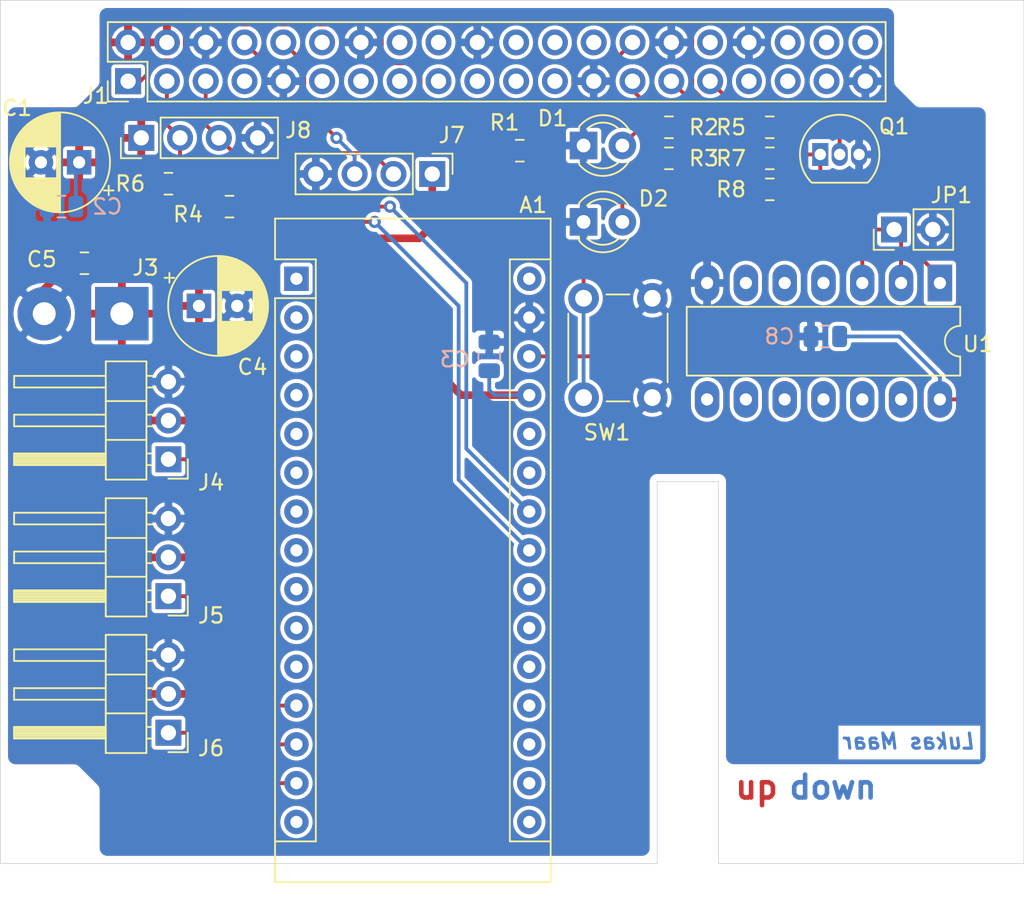
<source format=kicad_pcb>
(kicad_pcb (version 20171130) (host pcbnew 5.1.5)
  (layers (0 F.Cu signal) (31 B.Cu signal) (34 B.Paste user hide) (35 F.Paste user hide) (36 B.SilkS user) (37 F.SilkS user) (38 B.Mask user) (39 F.Mask user) (44 Edge.Cuts user))
  (net 0 "")
  (net 1 "Net-(A1-Pad1)")
  (net 2 "Net-(A1-Pad17)")
  (net 3 "Net-(A1-Pad2)")
  (net 4 "Net-(A1-Pad18)")
  (net 5 /!reset)
  (net 6 "Net-(A1-Pad19)")
  (net 7 "Net-(A1-Pad4)")
  (net 8 "Net-(A1-Pad20)")
  (net 9 "Net-(A1-Pad5)")
  (net 10 "Net-(A1-Pad21)")
  (net 11 "Net-(A1-Pad6)")
  (net 12 "Net-(A1-Pad22)")
  (net 13 "Net-(A1-Pad7)")
  (net 14 /sda)
  (net 15 "Net-(A1-Pad8)")
  (net 16 /scl)
  (net 17 "Net-(A1-Pad9)")
  (net 18 "Net-(A1-Pad25)")
  (net 19 "Net-(A1-Pad10)")
  (net 20 "Net-(A1-Pad26)")
  (net 21 "Net-(A1-Pad11)")
  (net 22 VCC)
  (net 23 /pwm1a)
  (net 24 /pwm1b)
  (net 25 GND)
  (net 26 /pwm2)
  (net 27 "Net-(A1-Pad30)")
  (net 28 "Net-(A1-Pad15)")
  (net 29 "Net-(A1-Pad16)")
  (net 30 +7.5V)
  (net 31 "Net-(D1-Pad2)")
  (net 32 "Net-(D2-Pad2)")
  (net 33 "Net-(J1-Pad7)")
  (net 34 /txd)
  (net 35 /rxd)
  (net 36 "Net-(J1-Pad11)")
  (net 37 "Net-(J1-Pad12)")
  (net 38 "Net-(J1-Pad13)")
  (net 39 "Net-(J1-Pad15)")
  (net 40 "Net-(J1-Pad16)")
  (net 41 "Net-(J1-Pad17)")
  (net 42 "Net-(J1-Pad18)")
  (net 43 "Net-(J1-Pad19)")
  (net 44 "Net-(J1-Pad21)")
  (net 45 "Net-(J1-Pad22)")
  (net 46 "Net-(J1-Pad23)")
  (net 47 "Net-(J1-Pad24)")
  (net 48 "Net-(J1-Pad26)")
  (net 49 /led_green)
  (net 50 /button)
  (net 51 /led_red)
  (net 52 "Net-(J1-Pad31)")
  (net 53 "Net-(J1-Pad32)")
  (net 54 "Net-(J1-Pad33)")
  (net 55 "Net-(J1-Pad35)")
  (net 56 "Net-(J1-Pad36)")
  (net 57 "Net-(J1-Pad37)")
  (net 58 "Net-(J1-Pad38)")
  (net 59 "Net-(J1-Pad40)")
  (net 60 "Net-(JP1-Pad1)")
  (net 61 "Net-(Q1-Pad2)")
  (net 62 "Net-(Q1-Pad1)")
  (net 63 +3V3)
  (net 64 "Net-(A1-Pad3)")
  (module Connector_PinHeader_2.54mm:PinHeader_2x20_P2.54mm_Vertical (layer F.Cu) (at 108.36 48.79 90)
    (fp_text reference J1 (at -0.96 -2.11 180) (layer F.SilkS))
    (fp_text value Raspberry_Pi_2_3)
    (pad 1 thru_hole rect (at 0 0 90) (size 1.7 1.7) (drill 1) (layers *.Cu *.Mask) (net 63 +3V3))
    (pad 2 thru_hole oval (at 2.54 0 90) (size 1.7 1.7) (drill 1) (layers *.Cu *.Mask) (net 22 VCC))
    (pad 3 thru_hole oval (at 0 2.54 90) (size 1.7 1.7) (drill 1) (layers *.Cu *.Mask) (net 14 /sda))
    (pad 4 thru_hole oval (at 2.54 2.54 90) (size 1.7 1.7) (drill 1) (layers *.Cu *.Mask) (net 22 VCC))
    (pad 5 thru_hole oval (at 0 5.08 90) (size 1.7 1.7) (drill 1) (layers *.Cu *.Mask) (net 16 /scl))
    (pad 6 thru_hole oval (at 2.54 5.08 90) (size 1.7 1.7) (drill 1) (layers *.Cu *.Mask) (net 25 GND))
    (pad 7 thru_hole oval (at 0 7.62 90) (size 1.7 1.7) (drill 1) (layers *.Cu *.Mask) (net 33 "Net-(J1-Pad7)"))
    (pad 8 thru_hole oval (at 2.54 7.62 90) (size 1.7 1.7) (drill 1) (layers *.Cu *.Mask) (net 34 /txd))
    (pad 9 thru_hole oval (at 0 10.16 90) (size 1.7 1.7) (drill 1) (layers *.Cu *.Mask) (net 25 GND))
    (pad 10 thru_hole oval (at 2.54 10.16 90) (size 1.7 1.7) (drill 1) (layers *.Cu *.Mask) (net 35 /rxd))
    (pad 11 thru_hole oval (at 0 12.7 90) (size 1.7 1.7) (drill 1) (layers *.Cu *.Mask) (net 36 "Net-(J1-Pad11)"))
    (pad 12 thru_hole oval (at 2.54 12.7 90) (size 1.7 1.7) (drill 1) (layers *.Cu *.Mask) (net 37 "Net-(J1-Pad12)"))
    (pad 13 thru_hole oval (at 0 15.24 90) (size 1.7 1.7) (drill 1) (layers *.Cu *.Mask) (net 38 "Net-(J1-Pad13)"))
    (pad 14 thru_hole oval (at 2.54 15.24 90) (size 1.7 1.7) (drill 1) (layers *.Cu *.Mask) (net 25 GND))
    (pad 15 thru_hole oval (at 0 17.78 90) (size 1.7 1.7) (drill 1) (layers *.Cu *.Mask) (net 39 "Net-(J1-Pad15)"))
    (pad 16 thru_hole oval (at 2.54 17.78 90) (size 1.7 1.7) (drill 1) (layers *.Cu *.Mask) (net 40 "Net-(J1-Pad16)"))
    (pad 17 thru_hole oval (at 0 20.32 90) (size 1.7 1.7) (drill 1) (layers *.Cu *.Mask) (net 41 "Net-(J1-Pad17)"))
    (pad 18 thru_hole oval (at 2.54 20.32 90) (size 1.7 1.7) (drill 1) (layers *.Cu *.Mask) (net 42 "Net-(J1-Pad18)"))
    (pad 19 thru_hole oval (at 0 22.86 90) (size 1.7 1.7) (drill 1) (layers *.Cu *.Mask) (net 43 "Net-(J1-Pad19)"))
    (pad 20 thru_hole oval (at 2.54 22.86 90) (size 1.7 1.7) (drill 1) (layers *.Cu *.Mask) (net 25 GND))
    (pad 21 thru_hole oval (at 0 25.4 90) (size 1.7 1.7) (drill 1) (layers *.Cu *.Mask) (net 44 "Net-(J1-Pad21)"))
    (pad 22 thru_hole oval (at 2.54 25.4 90) (size 1.7 1.7) (drill 1) (layers *.Cu *.Mask) (net 45 "Net-(J1-Pad22)"))
    (pad 23 thru_hole oval (at 0 27.94 90) (size 1.7 1.7) (drill 1) (layers *.Cu *.Mask) (net 46 "Net-(J1-Pad23)"))
    (pad 24 thru_hole oval (at 2.54 27.94 90) (size 1.7 1.7) (drill 1) (layers *.Cu *.Mask) (net 47 "Net-(J1-Pad24)"))
    (pad 25 thru_hole oval (at 0 30.48 90) (size 1.7 1.7) (drill 1) (layers *.Cu *.Mask) (net 25 GND))
    (pad 26 thru_hole oval (at 2.54 30.48 90) (size 1.7 1.7) (drill 1) (layers *.Cu *.Mask) (net 48 "Net-(J1-Pad26)"))
    (pad 27 thru_hole oval (at 0 33.02 90) (size 1.7 1.7) (drill 1) (layers *.Cu *.Mask) (net 49 /led_green))
    (pad 28 thru_hole oval (at 2.54 33.02 90) (size 1.7 1.7) (drill 1) (layers *.Cu *.Mask) (net 50 /button))
    (pad 29 thru_hole oval (at 0 35.56 90) (size 1.7 1.7) (drill 1) (layers *.Cu *.Mask) (net 51 /led_red))
    (pad 30 thru_hole oval (at 2.54 35.56 90) (size 1.7 1.7) (drill 1) (layers *.Cu *.Mask) (net 25 GND))
    (pad 31 thru_hole oval (at 0 38.1 90) (size 1.7 1.7) (drill 1) (layers *.Cu *.Mask) (net 52 "Net-(J1-Pad31)"))
    (pad 32 thru_hole oval (at 2.54 38.1 90) (size 1.7 1.7) (drill 1) (layers *.Cu *.Mask) (net 53 "Net-(J1-Pad32)"))
    (pad 33 thru_hole oval (at 0 40.64 90) (size 1.7 1.7) (drill 1) (layers *.Cu *.Mask) (net 54 "Net-(J1-Pad33)"))
    (pad 34 thru_hole oval (at 2.54 40.64 90) (size 1.7 1.7) (drill 1) (layers *.Cu *.Mask) (net 25 GND))
    (pad 35 thru_hole oval (at 0 43.18 90) (size 1.7 1.7) (drill 1) (layers *.Cu *.Mask) (net 55 "Net-(J1-Pad35)"))
    (pad 36 thru_hole oval (at 2.54 43.18 90) (size 1.7 1.7) (drill 1) (layers *.Cu *.Mask) (net 56 "Net-(J1-Pad36)"))
    (pad 37 thru_hole oval (at 0 45.72 90) (size 1.7 1.7) (drill 1) (layers *.Cu *.Mask) (net 57 "Net-(J1-Pad37)"))
    (pad 38 thru_hole oval (at 2.54 45.72 90) (size 1.7 1.7) (drill 1) (layers *.Cu *.Mask) (net 58 "Net-(J1-Pad38)"))
    (pad 39 thru_hole oval (at 0 48.26 90) (size 1.7 1.7) (drill 1) (layers *.Cu *.Mask) (net 25 GND))
    (pad 40 thru_hole oval (at 2.54 48.26 90) (size 1.7 1.7) (drill 1) (layers *.Cu *.Mask) (net 59 "Net-(J1-Pad40)"))
  )
  (module Module:Arduino_Nano (layer F.Cu) (at 119.38 61.722)
    (fp_text reference A1 (at 15.494 -4.826) (layer F.SilkS))
    (fp_text value Arduino_Nano_v3.x)
    (pad 1 thru_hole rect (at 0 0) (size 1.6 1.6) (drill 0.8) (layers *.Cu *.Mask) (net 1 "Net-(A1-Pad1)"))
    (pad 17 thru_hole oval (at 15.24 33.02) (size 1.6 1.6) (drill 0.8) (layers *.Cu *.Mask) (net 2 "Net-(A1-Pad17)"))
    (pad 2 thru_hole oval (at 0 2.54) (size 1.6 1.6) (drill 0.8) (layers *.Cu *.Mask) (net 3 "Net-(A1-Pad2)"))
    (pad 18 thru_hole oval (at 15.24 30.48) (size 1.6 1.6) (drill 0.8) (layers *.Cu *.Mask) (net 4 "Net-(A1-Pad18)"))
    (pad 3 thru_hole oval (at 0 5.08) (size 1.6 1.6) (drill 0.8) (layers *.Cu *.Mask) (net 64 "Net-(A1-Pad3)"))
    (pad 19 thru_hole oval (at 15.24 27.94) (size 1.6 1.6) (drill 0.8) (layers *.Cu *.Mask) (net 6 "Net-(A1-Pad19)"))
    (pad 4 thru_hole oval (at 0 7.62) (size 1.6 1.6) (drill 0.8) (layers *.Cu *.Mask) (net 7 "Net-(A1-Pad4)"))
    (pad 20 thru_hole oval (at 15.24 25.4) (size 1.6 1.6) (drill 0.8) (layers *.Cu *.Mask) (net 8 "Net-(A1-Pad20)"))
    (pad 5 thru_hole oval (at 0 10.16) (size 1.6 1.6) (drill 0.8) (layers *.Cu *.Mask) (net 9 "Net-(A1-Pad5)"))
    (pad 21 thru_hole oval (at 15.24 22.86) (size 1.6 1.6) (drill 0.8) (layers *.Cu *.Mask) (net 10 "Net-(A1-Pad21)"))
    (pad 6 thru_hole oval (at 0 12.7) (size 1.6 1.6) (drill 0.8) (layers *.Cu *.Mask) (net 11 "Net-(A1-Pad6)"))
    (pad 22 thru_hole oval (at 15.24 20.32) (size 1.6 1.6) (drill 0.8) (layers *.Cu *.Mask) (net 12 "Net-(A1-Pad22)"))
    (pad 7 thru_hole oval (at 0 15.24) (size 1.6 1.6) (drill 0.8) (layers *.Cu *.Mask) (net 13 "Net-(A1-Pad7)"))
    (pad 23 thru_hole oval (at 15.24 17.78) (size 1.6 1.6) (drill 0.8) (layers *.Cu *.Mask) (net 14 /sda))
    (pad 8 thru_hole oval (at 0 17.78) (size 1.6 1.6) (drill 0.8) (layers *.Cu *.Mask) (net 15 "Net-(A1-Pad8)"))
    (pad 24 thru_hole oval (at 15.24 15.24) (size 1.6 1.6) (drill 0.8) (layers *.Cu *.Mask) (net 16 /scl))
    (pad 9 thru_hole oval (at 0 20.32) (size 1.6 1.6) (drill 0.8) (layers *.Cu *.Mask) (net 17 "Net-(A1-Pad9)"))
    (pad 25 thru_hole oval (at 15.24 12.7) (size 1.6 1.6) (drill 0.8) (layers *.Cu *.Mask) (net 18 "Net-(A1-Pad25)"))
    (pad 10 thru_hole oval (at 0 22.86) (size 1.6 1.6) (drill 0.8) (layers *.Cu *.Mask) (net 19 "Net-(A1-Pad10)"))
    (pad 26 thru_hole oval (at 15.24 10.16) (size 1.6 1.6) (drill 0.8) (layers *.Cu *.Mask) (net 20 "Net-(A1-Pad26)"))
    (pad 11 thru_hole oval (at 0 25.4) (size 1.6 1.6) (drill 0.8) (layers *.Cu *.Mask) (net 21 "Net-(A1-Pad11)"))
    (pad 27 thru_hole oval (at 15.24 7.62) (size 1.6 1.6) (drill 0.8) (layers *.Cu *.Mask) (net 22 VCC))
    (pad 12 thru_hole oval (at 0 27.94) (size 1.6 1.6) (drill 0.8) (layers *.Cu *.Mask) (net 23 /pwm1a))
    (pad 28 thru_hole oval (at 15.24 5.08) (size 1.6 1.6) (drill 0.8) (layers *.Cu *.Mask) (net 5 /!reset))
    (pad 13 thru_hole oval (at 0 30.48) (size 1.6 1.6) (drill 0.8) (layers *.Cu *.Mask) (net 24 /pwm1b))
    (pad 29 thru_hole oval (at 15.24 2.54) (size 1.6 1.6) (drill 0.8) (layers *.Cu *.Mask) (net 25 GND))
    (pad 14 thru_hole oval (at 0 33.02) (size 1.6 1.6) (drill 0.8) (layers *.Cu *.Mask) (net 26 /pwm2))
    (pad 30 thru_hole oval (at 15.24 0) (size 1.6 1.6) (drill 0.8) (layers *.Cu *.Mask) (net 27 "Net-(A1-Pad30)"))
    (pad 15 thru_hole oval (at 0 35.56) (size 1.6 1.6) (drill 0.8) (layers *.Cu *.Mask) (net 28 "Net-(A1-Pad15)"))
    (pad 16 thru_hole oval (at 15.24 35.56) (size 1.6 1.6) (drill 0.8) (layers *.Cu *.Mask) (net 29 "Net-(A1-Pad16)"))
  )
  (module Capacitor_THT:CP_Radial_D6.3mm_P2.50mm (layer F.Cu) (at 105.156 54.102 180)
    (fp_text reference C1 (at 4.064 3.556) (layer F.SilkS))
    (fp_text value 10u)
    (pad 2 thru_hole circle (at 2.5 0 180) (size 1.6 1.6) (drill 0.8) (layers *.Cu *.Mask) (net 25 GND))
    (pad 1 thru_hole rect (at 0 0 180) (size 1.6 1.6) (drill 0.8) (layers *.Cu *.Mask) (net 22 VCC))
  )
  (module Connector_PinHeader_2.54mm:PinHeader_1x04_P2.54mm_Vertical (layer F.Cu) (at 109.22 52.5 90)
    (fp_text reference J8 (at 0.5 10.28 180) (layer F.SilkS))
    (fp_text value Conn_01x04_Male)
    (pad 4 thru_hole oval (at 0 7.62 90) (size 1.7 1.7) (drill 1) (layers *.Cu *.Mask) (net 25 GND))
    (pad 3 thru_hole oval (at 0 5.08 90) (size 1.7 1.7) (drill 1) (layers *.Cu *.Mask) (net 16 /scl))
    (pad 2 thru_hole oval (at 0 2.54 90) (size 1.7 1.7) (drill 1) (layers *.Cu *.Mask) (net 14 /sda))
    (pad 1 thru_hole rect (at 0 0 90) (size 1.7 1.7) (drill 1) (layers *.Cu *.Mask) (net 22 VCC))
  )
  (module MountingHole:MountingHole_2.7mm (layer F.Cu) (at 161.5 47.5)
    (fp_text reference REF** hide)
    (fp_text value MountingHole_2.7mm hide)
    (pad 1 np_thru_hole circle (at 0 0) (size 2.7 2.7) (drill 2.7) (layers *.Cu *.Mask))
  )
  (module MountingHole:MountingHole_2.7mm (layer F.Cu) (at 161.5 96.5)
    (fp_text reference REF** hide)
    (fp_text value MountingHole_2.7mm hide)
    (pad 1 np_thru_hole circle (at 0 0) (size 2.7 2.7) (drill 2.7) (layers *.Cu *.Mask))
  )
  (module MountingHole:MountingHole_2.7mm (layer F.Cu) (at 103.5 96.5)
    (fp_text reference REF** hide)
    (fp_text value MountingHole_2.7mm hide)
    (pad 1 np_thru_hole circle (at 0 0) (size 2.7 2.7) (drill 2.7) (layers *.Cu *.Mask))
  )
  (module MountingHole:MountingHole_2.7mm (layer F.Cu) (at 103.5 47.5)
    (fp_text reference REF** hide)
    (fp_text value MountingHole_2.7mm hide)
    (pad 1 np_thru_hole circle (at 0 0) (size 2.7 2.7) (drill 2.7) (layers *.Cu *.Mask))
  )
  (module LED_THT:LED_D3.0mm (layer F.Cu) (at 138.176 53)
    (fp_text reference D1 (at -2.032 -1.778) (layer F.SilkS))
    (fp_text value LED)
    (pad 1 thru_hole rect (at 0 0) (size 1.8 1.8) (drill 0.9) (layers *.Cu *.Mask) (net 25 GND))
    (pad 2 thru_hole circle (at 2.54 0) (size 1.8 1.8) (drill 0.9) (layers *.Cu *.Mask) (net 31 "Net-(D1-Pad2)"))
  )
  (module LED_THT:LED_D3.0mm (layer F.Cu) (at 138.176 58)
    (fp_text reference D2 (at 4.572 -1.524) (layer F.SilkS))
    (fp_text value LED)
    (pad 2 thru_hole circle (at 2.54 0) (size 1.8 1.8) (drill 0.9) (layers *.Cu *.Mask) (net 32 "Net-(D2-Pad2)"))
    (pad 1 thru_hole rect (at 0 0) (size 1.8 1.8) (drill 0.9) (layers *.Cu *.Mask) (net 25 GND))
  )
  (module Connector_Wire:SolderWirePad_1x02_P5.08mm_Drill1.5mm (layer F.Cu) (at 107.95 64.008 180)
    (fp_text reference J3 (at -1.55 3.008) (layer F.SilkS))
    (fp_text value Screw_Terminal_01x02)
    (pad 1 thru_hole rect (at 0 0 180) (size 3.50012 3.50012) (drill 1.50114) (layers *.Cu *.Mask) (net 30 +7.5V))
    (pad 2 thru_hole circle (at 5.08 0 180) (size 3.50012 3.50012) (drill 1.50114) (layers *.Cu *.Mask) (net 25 GND))
  )
  (module Connector_PinHeader_2.54mm:PinHeader_1x03_P2.54mm_Horizontal (layer F.Cu) (at 111 73.54 180)
    (fp_text reference J4 (at -2.794 -1.524) (layer F.SilkS))
    (fp_text value Conn_01x03_Male)
    (pad 3 thru_hole oval (at 0 5.08 180) (size 1.7 1.7) (drill 1) (layers *.Cu *.Mask) (net 25 GND))
    (pad 2 thru_hole oval (at 0 2.54 180) (size 1.7 1.7) (drill 1) (layers *.Cu *.Mask) (net 30 +7.5V))
    (pad 1 thru_hole rect (at 0 0 180) (size 1.7 1.7) (drill 1) (layers *.Cu *.Mask) (net 23 /pwm1a))
  )
  (module Connector_PinHeader_2.54mm:PinHeader_1x03_P2.54mm_Horizontal (layer F.Cu) (at 110.998 82.5 180)
    (fp_text reference J5 (at -2.794 -1.27) (layer F.SilkS))
    (fp_text value Conn_01x03_Male)
    (pad 1 thru_hole rect (at 0 0 180) (size 1.7 1.7) (drill 1) (layers *.Cu *.Mask) (net 24 /pwm1b))
    (pad 2 thru_hole oval (at 0 2.54 180) (size 1.7 1.7) (drill 1) (layers *.Cu *.Mask) (net 30 +7.5V))
    (pad 3 thru_hole oval (at 0 5.08 180) (size 1.7 1.7) (drill 1) (layers *.Cu *.Mask) (net 25 GND))
  )
  (module Connector_PinHeader_2.54mm:PinHeader_1x03_P2.54mm_Horizontal (layer F.Cu) (at 110.998 91.44 180)
    (fp_text reference J6 (at -2.794 -1.016) (layer F.SilkS))
    (fp_text value Conn_01x03_Male)
    (pad 1 thru_hole rect (at 0 0 180) (size 1.7 1.7) (drill 1) (layers *.Cu *.Mask) (net 26 /pwm2))
    (pad 2 thru_hole oval (at 0 2.54 180) (size 1.7 1.7) (drill 1) (layers *.Cu *.Mask) (net 30 +7.5V))
    (pad 3 thru_hole oval (at 0 5.08 180) (size 1.7 1.7) (drill 1) (layers *.Cu *.Mask) (net 25 GND))
  )
  (module Connector_PinHeader_2.54mm:PinHeader_1x04_P2.54mm_Vertical (layer F.Cu) (at 128.27 54.864 270)
    (fp_text reference J7 (at -2.54 -1.27 180) (layer F.SilkS))
    (fp_text value Conn_01x04_Female)
    (pad 1 thru_hole rect (at 0 0 270) (size 1.7 1.7) (drill 1) (layers *.Cu *.Mask) (net 22 VCC))
    (pad 2 thru_hole oval (at 0 2.54 270) (size 1.7 1.7) (drill 1) (layers *.Cu *.Mask) (net 34 /txd))
    (pad 3 thru_hole oval (at 0 5.08 270) (size 1.7 1.7) (drill 1) (layers *.Cu *.Mask) (net 35 /rxd))
    (pad 4 thru_hole oval (at 0 7.62 270) (size 1.7 1.7) (drill 1) (layers *.Cu *.Mask) (net 25 GND))
  )
  (module Connector_PinHeader_2.54mm:PinHeader_1x02_P2.54mm_Vertical (layer F.Cu) (at 158.5 58.5 90)
    (fp_text reference JP1 (at 2.25 3.75 180) (layer F.SilkS))
    (fp_text value Jumper_NO_Small)
    (pad 1 thru_hole rect (at 0 0 90) (size 1.7 1.7) (drill 1) (layers *.Cu *.Mask) (net 60 "Net-(JP1-Pad1)"))
    (pad 2 thru_hole oval (at 0 2.54 90) (size 1.7 1.7) (drill 1) (layers *.Cu *.Mask) (net 25 GND))
  )
  (module Package_TO_SOT_THT:TO-92_Inline (layer F.Cu) (at 153.67 53.586)
    (fp_text reference Q1 (at 4.83 -1.836) (layer F.SilkS))
    (fp_text value BC547)
    (pad 2 thru_hole oval (at 1.27 0) (size 1.05 1.5) (drill 0.75) (layers *.Cu *.Mask) (net 61 "Net-(Q1-Pad2)"))
    (pad 3 thru_hole oval (at 2.54 0) (size 1.05 1.5) (drill 0.75) (layers *.Cu *.Mask) (net 25 GND))
    (pad 1 thru_hole rect (at 0 0) (size 1.05 1.5) (drill 0.75) (layers *.Cu *.Mask) (net 62 "Net-(Q1-Pad1)"))
  )
  (module Button_Switch_THT:SW_PUSH_6mm (layer F.Cu) (at 138.176 69.5 90)
    (fp_text reference SW1 (at -2.286 1.524 180) (layer F.SilkS))
    (fp_text value SW_Push_Dual)
    (pad 2 thru_hole circle (at 0 4.5 180) (size 2 2) (drill 1.1) (layers *.Cu *.Mask) (net 25 GND))
    (pad 1 thru_hole circle (at 0 0 180) (size 2 2) (drill 1.1) (layers *.Cu *.Mask) (net 50 /button))
    (pad 2 thru_hole circle (at 6.5 4.5 180) (size 2 2) (drill 1.1) (layers *.Cu *.Mask) (net 25 GND))
    (pad 1 thru_hole circle (at 6.5 0 180) (size 2 2) (drill 1.1) (layers *.Cu *.Mask) (net 50 /button))
  )
  (module Package_DIP:DIP-14_W7.62mm_LongPads (layer F.Cu) (at 161.5 62 270)
    (fp_text reference U1 (at 4 -2.5 180) (layer F.SilkS))
    (fp_text value 4001)
    (pad 1 thru_hole rect (at 0 0 270) (size 2.4 1.6) (drill 0.8) (layers *.Cu *.Mask) (net 62 "Net-(Q1-Pad1)"))
    (pad 8 thru_hole oval (at 7.62 15.24 270) (size 2.4 1.6) (drill 0.8) (layers *.Cu *.Mask))
    (pad 2 thru_hole oval (at 0 2.54 270) (size 2.4 1.6) (drill 0.8) (layers *.Cu *.Mask) (net 60 "Net-(JP1-Pad1)"))
    (pad 9 thru_hole oval (at 7.62 12.7 270) (size 2.4 1.6) (drill 0.8) (layers *.Cu *.Mask))
    (pad 3 thru_hole oval (at 0 5.08 270) (size 2.4 1.6) (drill 0.8) (layers *.Cu *.Mask) (net 5 /!reset))
    (pad 10 thru_hole oval (at 7.62 10.16 270) (size 2.4 1.6) (drill 0.8) (layers *.Cu *.Mask))
    (pad 4 thru_hole oval (at 0 7.62 270) (size 2.4 1.6) (drill 0.8) (layers *.Cu *.Mask))
    (pad 11 thru_hole oval (at 7.62 7.62 270) (size 2.4 1.6) (drill 0.8) (layers *.Cu *.Mask))
    (pad 5 thru_hole oval (at 0 10.16 270) (size 2.4 1.6) (drill 0.8) (layers *.Cu *.Mask))
    (pad 12 thru_hole oval (at 7.62 5.08 270) (size 2.4 1.6) (drill 0.8) (layers *.Cu *.Mask))
    (pad 6 thru_hole oval (at 0 12.7 270) (size 2.4 1.6) (drill 0.8) (layers *.Cu *.Mask))
    (pad 13 thru_hole oval (at 7.62 2.54 270) (size 2.4 1.6) (drill 0.8) (layers *.Cu *.Mask))
    (pad 7 thru_hole oval (at 0 15.24 270) (size 2.4 1.6) (drill 0.8) (layers *.Cu *.Mask) (net 25 GND))
    (pad 14 thru_hole oval (at 7.62 0 270) (size 2.4 1.6) (drill 0.8) (layers *.Cu *.Mask) (net 22 VCC))
  )
  (module Resistor_SMD:R_0805_2012Metric (layer F.Cu) (at 134 53.34 180)
    (fp_text reference R1 (at 1 1.84) (layer F.SilkS))
    (fp_text value 10k)
    (pad 1 smd roundrect (at -0.9375 0 180) (size 0.975 1.4) (layers F.Cu F.Paste F.Mask) (net 50 /button))
    (pad 2 smd roundrect (at 0.9375 0 180) (size 0.975 1.4) (layers F.Cu F.Paste F.Mask) (net 63 +3V3))
  )
  (module Resistor_SMD:R_0805_2012Metric (layer F.Cu) (at 143.764 51.808)
    (fp_text reference R2 (at 2.286 0) (layer F.SilkS))
    (fp_text value 1k)
    (pad 2 smd roundrect (at 0.9375 0) (size 0.975 1.4) (layers F.Cu F.Paste F.Mask) (net 49 /led_green))
    (pad 1 smd roundrect (at -0.9375 0) (size 0.975 1.4) (layers F.Cu F.Paste F.Mask) (net 31 "Net-(D1-Pad2)"))
  )
  (module Resistor_SMD:R_0805_2012Metric (layer F.Cu) (at 143.764 53.84)
    (fp_text reference R3 (at 2.286 0) (layer F.SilkS))
    (fp_text value 1k)
    (pad 2 smd roundrect (at 0.9375 0) (size 0.975 1.4) (layers F.Cu F.Paste F.Mask) (net 51 /led_red))
    (pad 1 smd roundrect (at -0.9375 0) (size 0.975 1.4) (layers F.Cu F.Paste F.Mask) (net 32 "Net-(D2-Pad2)"))
  )
  (module Resistor_SMD:R_0805_2012Metric (layer F.Cu) (at 115 57)
    (fp_text reference R4 (at -2.7155 0.508) (layer F.SilkS))
    (fp_text value 2.2k)
    (pad 2 smd roundrect (at 0.9375 0) (size 0.975 1.4) (layers F.Cu F.Paste F.Mask) (net 16 /scl))
    (pad 1 smd roundrect (at -0.9375 0) (size 0.975 1.4) (layers F.Cu F.Paste F.Mask) (net 22 VCC))
  )
  (module Resistor_SMD:R_0805_2012Metric (layer F.Cu) (at 150.368 51.808 180)
    (fp_text reference R5 (at 2.54 0) (layer F.SilkS))
    (fp_text value 1k)
    (pad 2 smd roundrect (at 0.9375 0 180) (size 0.975 1.4) (layers F.Cu F.Paste F.Mask) (net 52 "Net-(J1-Pad31)"))
    (pad 1 smd roundrect (at -0.9375 0 180) (size 0.975 1.4) (layers F.Cu F.Paste F.Mask) (net 61 "Net-(Q1-Pad2)"))
  )
  (module Resistor_SMD:R_0805_2012Metric (layer F.Cu) (at 111 55.5)
    (fp_text reference R6 (at -2.5 0) (layer F.SilkS))
    (fp_text value 2.2k)
    (pad 1 smd roundrect (at -0.9375 0) (size 0.975 1.4) (layers F.Cu F.Paste F.Mask) (net 22 VCC))
    (pad 2 smd roundrect (at 0.9375 0) (size 0.975 1.4) (layers F.Cu F.Paste F.Mask) (net 14 /sda))
  )
  (module Resistor_SMD:R_0805_2012Metric (layer F.Cu) (at 150.368 53.84)
    (fp_text reference R7 (at -2.54 0) (layer F.SilkS))
    (fp_text value 10k)
    (pad 1 smd roundrect (at -0.9375 0) (size 0.975 1.4) (layers F.Cu F.Paste F.Mask) (net 22 VCC))
    (pad 2 smd roundrect (at 0.9375 0) (size 0.975 1.4) (layers F.Cu F.Paste F.Mask) (net 62 "Net-(Q1-Pad1)"))
  )
  (module Resistor_SMD:R_0805_2012Metric (layer F.Cu) (at 150.3657 55.872)
    (fp_text reference R8 (at -2.5377 0) (layer F.SilkS))
    (fp_text value 10k)
    (pad 1 smd roundrect (at -0.9375 0) (size 0.975 1.4) (layers F.Cu F.Paste F.Mask) (net 22 VCC))
    (pad 2 smd roundrect (at 0.9375 0) (size 0.975 1.4) (layers F.Cu F.Paste F.Mask) (net 60 "Net-(JP1-Pad1)"))
  )
  (module Capacitor_SMD:C_0805_2012Metric (layer B.Cu) (at 104 57 180)
    (fp_text reference C2 (at -3 0) (layer B.SilkS) (effects (justify mirror)))
    (fp_text value 100n)
    (pad 2 smd roundrect (at 0.9375 0 180) (size 0.975 1.4) (layers B.Cu B.Paste B.Mask) (net 25 GND))
    (pad 1 smd roundrect (at -0.9375 0 180) (size 0.975 1.4) (layers B.Cu B.Paste B.Mask) (net 22 VCC))
  )
  (module Capacitor_SMD:C_0805_2012Metric (layer B.Cu) (at 132 66.802 90)
    (fp_text reference C3 (at -0.198 -2.25 180) (layer B.SilkS) (effects (justify mirror)))
    (fp_text value 100n)
    (pad 1 smd roundrect (at -0.9375 0 90) (size 0.975 1.4) (layers B.Cu B.Paste B.Mask) (net 22 VCC))
    (pad 2 smd roundrect (at 0.9375 0 90) (size 0.975 1.4) (layers B.Cu B.Paste B.Mask) (net 25 GND))
  )
  (module Capacitor_SMD:C_0805_2012Metric (layer F.Cu) (at 105.5 60.706 180)
    (fp_text reference C5 (at 2.794 0.254) (layer F.SilkS))
    (fp_text value 100n)
    (pad 2 smd roundrect (at 0.9375 0 180) (size 0.975 1.4) (layers F.Cu F.Paste F.Mask) (net 25 GND))
    (pad 1 smd roundrect (at -0.9375 0 180) (size 0.975 1.4) (layers F.Cu F.Paste F.Mask) (net 30 +7.5V))
  )
  (module Capacitor_SMD:C_0805_2012Metric (layer B.Cu) (at 154 65.5 180)
    (fp_text reference C8 (at 3 0) (layer B.SilkS) (effects (justify mirror)))
    (fp_text value 100n)
    (pad 1 smd roundrect (at -0.9375 0 180) (size 0.975 1.4) (layers B.Cu B.Paste B.Mask) (net 22 VCC))
    (pad 2 smd roundrect (at 0.9375 0 180) (size 0.975 1.4) (layers B.Cu B.Paste B.Mask) (net 25 GND))
  )
  (module Capacitor_THT:CP_Radial_D6.3mm_P2.50mm (layer F.Cu) (at 113 63.5)
    (fp_text reference C4 (at 3.5 4) (layer F.SilkS))
    (fp_text value 47u)
    (pad 1 thru_hole rect (at 0 0) (size 1.6 1.6) (drill 0.8) (layers *.Cu *.Mask) (net 30 +7.5V))
    (pad 2 thru_hole circle (at 2.5 0) (size 1.6 1.6) (drill 0.8) (layers *.Cu *.Mask) (net 25 GND))
  )
  (gr_text "Lukas Maar" (at 159.5 92) (layer B.Cu) (effects (font (size 1 1) (thickness 0.2) italic) (justify mirror)))
  (gr_text down (at 154.5 95) (layer B.Cu) (effects (font (size 1.5 1.5) (thickness 0.3))))
  (gr_text up (at 149.5 95) (layer F.Cu) (effects (font (size 1.5 1.5) (thickness 0.3))))
  (gr_line (start 147 75) (end 143 75) (layer Edge.Cuts) (width 0.05))
  (gr_line (start 147 100) (end 167 100) (layer Edge.Cuts) (width 0.05))
  (gr_line (start 143 100) (end 140 100) (layer Edge.Cuts) (width 0.05))
  (gr_line (start 143 75) (end 143 100) (layer Edge.Cuts) (width 0.05))
  (gr_line (start 147 100) (end 147 75) (layer Edge.Cuts) (width 0.05))
  (gr_line (start 167 43.5) (end 100 43.5) (layer Edge.Cuts) (width 0.05))
  (gr_line (start 167 43.5) (end 167 100) (layer Edge.Cuts) (width 0.05))
  (gr_line (start 140 100) (end 100 100) (layer Edge.Cuts) (width 0.05))
  (gr_line (start 100 100) (end 100 43.5) (layer Edge.Cuts) (width 0.05))
  (segment (start 156.42 60.55) (end 155.87 60) (width 0.25) (layer F.Cu) (net 5))
  (segment (start 156.42 62) (end 156.42 60.55) (width 0.25) (layer F.Cu) (net 5))
  (segment (start 155.87 60) (end 145 60) (width 0.25) (layer F.Cu) (net 5))
  (segment (start 145 60) (end 144.5 60.5) (width 0.25) (layer F.Cu) (net 5))
  (segment (start 144.5 60.5) (end 144.5 65) (width 0.25) (layer F.Cu) (net 5))
  (segment (start 142.698 66.802) (end 134.62 66.802) (width 0.25) (layer F.Cu) (net 5))
  (segment (start 144.5 65) (end 142.698 66.802) (width 0.25) (layer F.Cu) (net 5))
  (segment (start 110.9 51.64) (end 111.76 52.5) (width 0.25) (layer F.Cu) (net 14))
  (segment (start 110.9 48.79) (end 110.9 51.64) (width 0.25) (layer F.Cu) (net 14))
  (segment (start 111.76 55.3225) (end 111.9375 55.5) (width 0.25) (layer F.Cu) (net 14))
  (segment (start 111.76 52.5) (end 111.76 55.3225) (width 0.25) (layer F.Cu) (net 14))
  (segment (start 114.5 55.5) (end 115 56) (width 0.25) (layer F.Cu) (net 14))
  (segment (start 111.9375 55.5) (end 114.5 55.5) (width 0.25) (layer F.Cu) (net 14))
  (segment (start 115.45816 58.02501) (end 120.47499 58.02501) (width 0.25) (layer F.Cu) (net 14))
  (segment (start 115 56) (end 115 57.56685) (width 0.25) (layer F.Cu) (net 14))
  (segment (start 115 57.56685) (end 115.45816 58.02501) (width 0.25) (layer F.Cu) (net 14))
  (segment (start 120.47499 58.02501) (end 120.5 58) (width 0.25) (layer F.Cu) (net 14))
  (via (at 124.5 58) (size 0.8) (drill 0.4) (layers F.Cu B.Cu) (net 14))
  (segment (start 120.5 58) (end 124.5 58) (width 0.25) (layer F.Cu) (net 14))
  (segment (start 130 74.882) (end 134.62 79.502) (width 0.25) (layer B.Cu) (net 14))
  (segment (start 124.5 58) (end 130 63.5) (width 0.25) (layer B.Cu) (net 14))
  (segment (start 130 63.5) (end 130 74.882) (width 0.25) (layer B.Cu) (net 14))
  (segment (start 115.9375 54.1375) (end 115.9375 57) (width 0.25) (layer F.Cu) (net 16))
  (segment (start 114.3 52.5) (end 115.9375 54.1375) (width 0.25) (layer F.Cu) (net 16))
  (segment (start 113.44 51.64) (end 113.44 48.79) (width 0.25) (layer F.Cu) (net 16))
  (segment (start 114.3 52.5) (end 113.44 51.64) (width 0.25) (layer F.Cu) (net 16))
  (segment (start 115.9375 57) (end 125.5 57) (width 0.25) (layer F.Cu) (net 16))
  (via (at 125.5 57) (size 0.8) (drill 0.4) (layers F.Cu B.Cu) (net 16))
  (segment (start 130.5 72.842) (end 134.62 76.962) (width 0.25) (layer B.Cu) (net 16))
  (segment (start 125.5 57) (end 130.5 62) (width 0.25) (layer B.Cu) (net 16))
  (segment (start 130.5 62) (end 130.5 72.842) (width 0.25) (layer B.Cu) (net 16))
  (segment (start 134.62 69.342) (end 132.842 69.342) (width 0.25) (layer F.Cu) (net 22))
  (segment (start 147.5 53.9438) (end 149.4282 55.872) (width 0.25) (layer F.Cu) (net 22))
  (segment (start 147.5 51.5) (end 147.5 53.9438) (width 0.25) (layer F.Cu) (net 22))
  (segment (start 147.5 51.5) (end 148.5 52.5) (width 0.25) (layer F.Cu) (net 22))
  (segment (start 148.5 52.9095) (end 149.4305 53.84) (width 0.25) (layer F.Cu) (net 22))
  (segment (start 148.5 52.5) (end 148.5 52.9095) (width 0.25) (layer F.Cu) (net 22))
  (segment (start 162.55 69.62) (end 164 68.17) (width 0.25) (layer F.Cu) (net 22))
  (segment (start 161.5 69.62) (end 162.55 69.62) (width 0.25) (layer F.Cu) (net 22))
  (segment (start 164 57) (end 158 51) (width 0.25) (layer F.Cu) (net 22))
  (segment (start 164 68.17) (end 164 57) (width 0.25) (layer F.Cu) (net 22))
  (segment (start 108.36 45.047919) (end 108.90793 44.499989) (width 0.5) (layer F.Cu) (net 22))
  (segment (start 108.36 46.25) (end 108.36 45.047919) (width 0.5) (layer F.Cu) (net 22))
  (segment (start 143.499989 44.499989) (end 143.5 44.5) (width 0.5) (layer F.Cu) (net 22))
  (segment (start 108.90793 44.499989) (end 143.499989 44.499989) (width 0.5) (layer F.Cu) (net 22))
  (segment (start 145.284999 45.284999) (end 144.5 44.5) (width 0.25) (layer F.Cu) (net 22))
  (segment (start 145.284999 49.284999) (end 145.284999 45.284999) (width 0.25) (layer F.Cu) (net 22))
  (segment (start 147.5 51.5) (end 145.284999 49.284999) (width 0.25) (layer F.Cu) (net 22))
  (segment (start 144 44.5) (end 156.609002 44.5) (width 0.25) (layer F.Cu) (net 22))
  (segment (start 144 44.5) (end 144.5 44.5) (width 0.5) (layer F.Cu) (net 22))
  (segment (start 143.5 44.5) (end 144 44.5) (width 0.5) (layer F.Cu) (net 22))
  (segment (start 158 45.890998) (end 158 51) (width 0.25) (layer F.Cu) (net 22))
  (segment (start 156.609002 44.5) (end 158 45.890998) (width 0.25) (layer F.Cu) (net 22))
  (segment (start 128.27 54.864) (end 128.27 58.23) (width 0.5) (layer F.Cu) (net 22))
  (segment (start 127.42499 59.07501) (end 113.57501 59.07501) (width 0.5) (layer F.Cu) (net 22))
  (segment (start 128.27 58.23) (end 127.42499 59.07501) (width 0.5) (layer F.Cu) (net 22))
  (segment (start 115 60) (end 114 59) (width 0.5) (layer F.Cu) (net 22))
  (segment (start 113.57501 59.07501) (end 113.5 59) (width 0.5) (layer F.Cu) (net 22))
  (segment (start 113.5 59) (end 112.5 58) (width 0.5) (layer F.Cu) (net 22))
  (segment (start 104.9375 54.3205) (end 105.156 54.102) (width 0.25) (layer B.Cu) (net 22))
  (segment (start 104.9375 57) (end 104.9375 54.3205) (width 0.25) (layer B.Cu) (net 22))
  (segment (start 132 67.7395) (end 132 69) (width 0.25) (layer B.Cu) (net 22))
  (segment (start 132.342 69.342) (end 134.62 69.342) (width 0.25) (layer B.Cu) (net 22))
  (segment (start 132 69) (end 132.342 69.342) (width 0.25) (layer B.Cu) (net 22))
  (segment (start 155.425 65.5) (end 154.9375 65.5) (width 0.25) (layer B.Cu) (net 22))
  (segment (start 158.83 65.5) (end 155.425 65.5) (width 0.25) (layer B.Cu) (net 22))
  (segment (start 161.5 68.17) (end 158.83 65.5) (width 0.25) (layer B.Cu) (net 22))
  (segment (start 161.5 69.62) (end 161.5 68.17) (width 0.25) (layer B.Cu) (net 22))
  (segment (start 130.158 69.342) (end 127.5 66.684) (width 0.5) (layer F.Cu) (net 22))
  (segment (start 134.62 69.342) (end 130.158 69.342) (width 0.5) (layer F.Cu) (net 22))
  (segment (start 127.5 66.684) (end 127.5 64.5) (width 0.5) (layer F.Cu) (net 22))
  (segment (start 127.5 64.5) (end 123 60) (width 0.5) (layer F.Cu) (net 22))
  (segment (start 123 60) (end 115 60) (width 0.5) (layer F.Cu) (net 22))
  (segment (start 119.38 89.662) (end 118.162 89.662) (width 0.25) (layer F.Cu) (net 23))
  (segment (start 118.162 89.662) (end 116 87.5) (width 0.25) (layer F.Cu) (net 23))
  (segment (start 116 77.44) (end 112.1 73.54) (width 0.25) (layer F.Cu) (net 23))
  (segment (start 112.1 73.54) (end 111 73.54) (width 0.25) (layer F.Cu) (net 23))
  (segment (start 116 87.5) (end 116 77.44) (width 0.25) (layer F.Cu) (net 23))
  (segment (start 119.38 92.202) (end 118.202 92.202) (width 0.25) (layer F.Cu) (net 24))
  (segment (start 118.202 92.202) (end 115 89) (width 0.25) (layer F.Cu) (net 24))
  (segment (start 112.098 82.5) (end 110.998 82.5) (width 0.25) (layer F.Cu) (net 24))
  (segment (start 115 85.402) (end 112.098 82.5) (width 0.25) (layer F.Cu) (net 24))
  (segment (start 115 89) (end 115 85.402) (width 0.25) (layer F.Cu) (net 24))
  (segment (start 102.87 62.3985) (end 104.5625 60.706) (width 0.5) (layer F.Cu) (net 25))
  (segment (start 102.87 64.008) (end 102.87 62.3985) (width 0.5) (layer F.Cu) (net 25))
  (segment (start 102.9485 54.3945) (end 102.656 54.102) (width 0.25) (layer F.Cu) (net 25))
  (segment (start 103.0625 54.5085) (end 102.656 54.102) (width 0.25) (layer B.Cu) (net 25))
  (segment (start 103.0625 57) (end 103.0625 54.5085) (width 0.25) (layer B.Cu) (net 25))
  (segment (start 132 65.8645) (end 132 65) (width 0.25) (layer B.Cu) (net 25))
  (segment (start 132.738 64.262) (end 134.62 64.262) (width 0.25) (layer B.Cu) (net 25))
  (segment (start 132 65) (end 132.738 64.262) (width 0.25) (layer B.Cu) (net 25))
  (segment (start 148.31 65.5) (end 152.575 65.5) (width 0.25) (layer B.Cu) (net 25))
  (segment (start 152.575 65.5) (end 153.0625 65.5) (width 0.25) (layer B.Cu) (net 25))
  (segment (start 146.26 63.45) (end 148.31 65.5) (width 0.25) (layer B.Cu) (net 25))
  (segment (start 146.26 62) (end 146.26 63.45) (width 0.25) (layer B.Cu) (net 25))
  (segment (start 119.38 94.742) (end 117.742 94.742) (width 0.25) (layer F.Cu) (net 26))
  (segment (start 114.44 91.44) (end 110.998 91.44) (width 0.25) (layer F.Cu) (net 26))
  (segment (start 117.742 94.742) (end 114.44 91.44) (width 0.25) (layer F.Cu) (net 26))
  (segment (start 107.95 64.008) (end 107.95 62.2185) (width 0.5) (layer F.Cu) (net 30))
  (segment (start 112.492 64.008) (end 113 63.5) (width 0.5) (layer F.Cu) (net 30))
  (segment (start 141.908 51.808) (end 140.716 53) (width 0.25) (layer F.Cu) (net 31))
  (segment (start 142.8265 51.808) (end 141.908 51.808) (width 0.25) (layer F.Cu) (net 31))
  (segment (start 140.716 55.9505) (end 142.8265 53.84) (width 0.25) (layer F.Cu) (net 32))
  (segment (start 140.716 58) (end 140.716 55.9505) (width 0.25) (layer F.Cu) (net 32))
  (segment (start 124.366 53.5) (end 125.73 54.864) (width 0.25) (layer F.Cu) (net 34))
  (segment (start 121.490998 53.5) (end 124.366 53.5) (width 0.25) (layer F.Cu) (net 34))
  (segment (start 117.344999 49.354001) (end 121.490998 53.5) (width 0.25) (layer F.Cu) (net 34))
  (segment (start 115.98 46.25) (end 117.344999 47.614999) (width 0.25) (layer F.Cu) (net 34))
  (segment (start 117.344999 47.614999) (end 117.344999 49.354001) (width 0.25) (layer F.Cu) (net 34))
  (segment (start 119.369999 47.099999) (end 118.52 46.25) (width 0.25) (layer F.Cu) (net 35))
  (segment (start 119.884999 47.614999) (end 119.369999 47.099999) (width 0.25) (layer F.Cu) (net 35))
  (segment (start 119.884999 49.819997) (end 119.884999 47.614999) (width 0.25) (layer F.Cu) (net 35))
  (via (at 122 52.5) (size 0.8) (drill 0.4) (layers F.Cu B.Cu) (net 35))
  (segment (start 119.884999 49.819997) (end 119.884999 50.384999) (width 0.25) (layer F.Cu) (net 35))
  (segment (start 119.884999 50.384999) (end 122 52.5) (width 0.25) (layer F.Cu) (net 35))
  (segment (start 123.19 53.69) (end 123.19 54.864) (width 0.25) (layer B.Cu) (net 35))
  (segment (start 122 52.5) (end 123.19 53.69) (width 0.25) (layer B.Cu) (net 35))
  (segment (start 141.38 48.79) (end 141.38 49.38) (width 0.25) (layer F.Cu) (net 49))
  (segment (start 141.38 49.38) (end 142 50) (width 0.25) (layer F.Cu) (net 49))
  (segment (start 142.8935 50) (end 144.7015 51.808) (width 0.25) (layer F.Cu) (net 49))
  (segment (start 142 50) (end 142.8935 50) (width 0.25) (layer F.Cu) (net 49))
  (segment (start 138.275999 47.614999) (end 137.5 48.390998) (width 0.25) (layer F.Cu) (net 50))
  (segment (start 141.38 46.25) (end 140.015001 47.614999) (width 0.25) (layer F.Cu) (net 50))
  (segment (start 140.015001 47.614999) (end 138.275999 47.614999) (width 0.25) (layer F.Cu) (net 50))
  (segment (start 137.5 50.7775) (end 134.9375 53.34) (width 0.25) (layer F.Cu) (net 50))
  (segment (start 137.5 48.390998) (end 137.5 50.7775) (width 0.25) (layer F.Cu) (net 50))
  (segment (start 134.9375 53.34) (end 134.9375 57.9375) (width 0.25) (layer F.Cu) (net 50))
  (segment (start 138.176 61.176) (end 138.176 63) (width 0.25) (layer F.Cu) (net 50))
  (segment (start 134.9375 57.9375) (end 138.176 61.176) (width 0.25) (layer F.Cu) (net 50))
  (segment (start 138.176 63) (end 138.176 69.5) (width 0.25) (layer B.Cu) (net 50))
  (segment (start 143.92 48.79) (end 146 50.87) (width 0.25) (layer F.Cu) (net 51))
  (segment (start 146 50.87) (end 146 52.5415) (width 0.25) (layer F.Cu) (net 51))
  (segment (start 146 52.5415) (end 144.7015 53.84) (width 0.25) (layer F.Cu) (net 51))
  (segment (start 149.4305 51.7605) (end 149.4305 51.808) (width 0.25) (layer F.Cu) (net 52))
  (segment (start 146.46 48.79) (end 149.4305 51.7605) (width 0.25) (layer F.Cu) (net 52))
  (segment (start 158.96 60.55) (end 158.96 62) (width 0.25) (layer F.Cu) (net 60))
  (segment (start 158.96 58.96) (end 158.5 58.5) (width 0.25) (layer F.Cu) (net 60))
  (segment (start 158.96 62) (end 158.96 58.96) (width 0.25) (layer F.Cu) (net 60))
  (segment (start 153.9312 58.5) (end 158.5 58.5) (width 0.25) (layer F.Cu) (net 60))
  (segment (start 151.3032 55.872) (end 153.9312 58.5) (width 0.25) (layer F.Cu) (net 60))
  (segment (start 151.3055 51.808) (end 154.308 51.808) (width 0.25) (layer F.Cu) (net 61))
  (segment (start 154.94 52.44) (end 154.94 53.586) (width 0.25) (layer F.Cu) (net 61))
  (segment (start 154.308 51.808) (end 154.94 52.44) (width 0.25) (layer F.Cu) (net 61))
  (segment (start 151.5595 53.586) (end 151.3055 53.84) (width 0.25) (layer F.Cu) (net 62))
  (segment (start 153.67 53.586) (end 151.5595 53.586) (width 0.25) (layer F.Cu) (net 62))
  (segment (start 153.67 53.586) (end 153.67 55.17) (width 0.25) (layer F.Cu) (net 62))
  (segment (start 153.67 55.17) (end 155 56.5) (width 0.25) (layer F.Cu) (net 62))
  (segment (start 159.864999 59.964999) (end 161.5 61.6) (width 0.25) (layer F.Cu) (net 62))
  (segment (start 159.864999 57.579997) (end 159.864999 59.964999) (width 0.25) (layer F.Cu) (net 62))
  (segment (start 161.5 61.6) (end 161.5 62) (width 0.25) (layer F.Cu) (net 62))
  (segment (start 158.785002 56.5) (end 159.864999 57.579997) (width 0.25) (layer F.Cu) (net 62))
  (segment (start 155 56.5) (end 158.785002 56.5) (width 0.25) (layer F.Cu) (net 62))
  (segment (start 130.84 53.34) (end 133.0625 53.34) (width 0.25) (layer F.Cu) (net 63))
  (segment (start 127.5 50) (end 130.84 53.34) (width 0.25) (layer F.Cu) (net 63))
  (segment (start 127.5 48.410998) (end 127.5 50) (width 0.25) (layer F.Cu) (net 63))
  (segment (start 126.704001 47.614999) (end 127.5 48.410998) (width 0.25) (layer F.Cu) (net 63))
  (segment (start 110.525997 47.425001) (end 111.464001 47.425001) (width 0.25) (layer F.Cu) (net 63))
  (segment (start 124.164001 45.074999) (end 124.964999 45.875997) (width 0.25) (layer F.Cu) (net 63))
  (segment (start 108.36 48.79) (end 109.160998 48.79) (width 0.25) (layer F.Cu) (net 63))
  (segment (start 111.464001 47.425001) (end 112.075001 46.814001) (width 0.25) (layer F.Cu) (net 63))
  (segment (start 112.075001 46.814001) (end 112.075001 45.924999) (width 0.25) (layer F.Cu) (net 63))
  (segment (start 109.160998 48.79) (end 110.525997 47.425001) (width 0.25) (layer F.Cu) (net 63))
  (segment (start 112.075001 45.924999) (end 112.925001 45.074999) (width 0.25) (layer F.Cu) (net 63))
  (segment (start 124.964999 45.875997) (end 124.964999 46.814001) (width 0.25) (layer F.Cu) (net 63))
  (segment (start 112.925001 45.074999) (end 124.164001 45.074999) (width 0.25) (layer F.Cu) (net 63))
  (segment (start 125.765997 47.614999) (end 126.704001 47.614999) (width 0.25) (layer F.Cu) (net 63))
  (segment (start 124.964999 46.814001) (end 125.765997 47.614999) (width 0.25) (layer F.Cu) (net 63))
  (zone (net 22) (net_name VCC) (layer F.Cu) (connect_pads (clearance 0.254)) (min_thickness 0.254) (fill yes (arc_segments 32) (thermal_gap 0.254) (thermal_bridge_width 0.508) (smoothing fillet) (radius 0.5))
    (polygon (pts (xy 112.5 47.5) (xy 108.5 47.5) (xy 108.5 50) (xy 110.5 50) (xy 110.5 56) (xy 114.5 56) (xy 114.5 59.5) (xy 100.5 59.5) (xy 100.5 50.5) (xy 105 50.5) (xy 106.5 49) (xy 106.5 44) (xy 112.5 44)))
  )
  (zone (net 25) (net_name GND) (layer B.Cu) (connect_pads (clearance 0.254)) (min_thickness 0.254) (fill yes (arc_segments 32) (thermal_gap 0.254) (thermal_bridge_width 0.508) (smoothing fillet) (radius 0.5))
    (polygon (pts (xy 158.5 49) (xy 160 50.5) (xy 164.5 50.5) (xy 164.5 93.5) (xy 160 93.5) (xy 158.5 93.5) (xy 147.5 93.5) (xy 147.5 74.5) (xy 142.5 74.5) (xy 142.5 99.5) (xy 106.5 99.5) (xy 106.5 95) (xy 105 93.5) (xy 100.5 93.5) (xy 100.5 50.5) (xy 105 50.5) (xy 106.5 49) (xy 106.5 44) (xy 158.5 44)))
  )
  (zone (net 30) (net_name +7.5V) (layer F.Cu) (connect_pads (clearance 0.508)) (min_thickness 0.254) (fill yes (arc_segments 32) (thermal_gap 0.508) (thermal_bridge_width 0.508) (smoothing fillet) (radius 0.5))
    (polygon (pts (xy 113.5 67) (xy 113.5 67.75) (xy 113.5 93.5) (xy 100.5 93.5) (xy 100.5 62) (xy 106.5 62) (xy 106.5 60) (xy 113.5 60)))
  )
)
</source>
